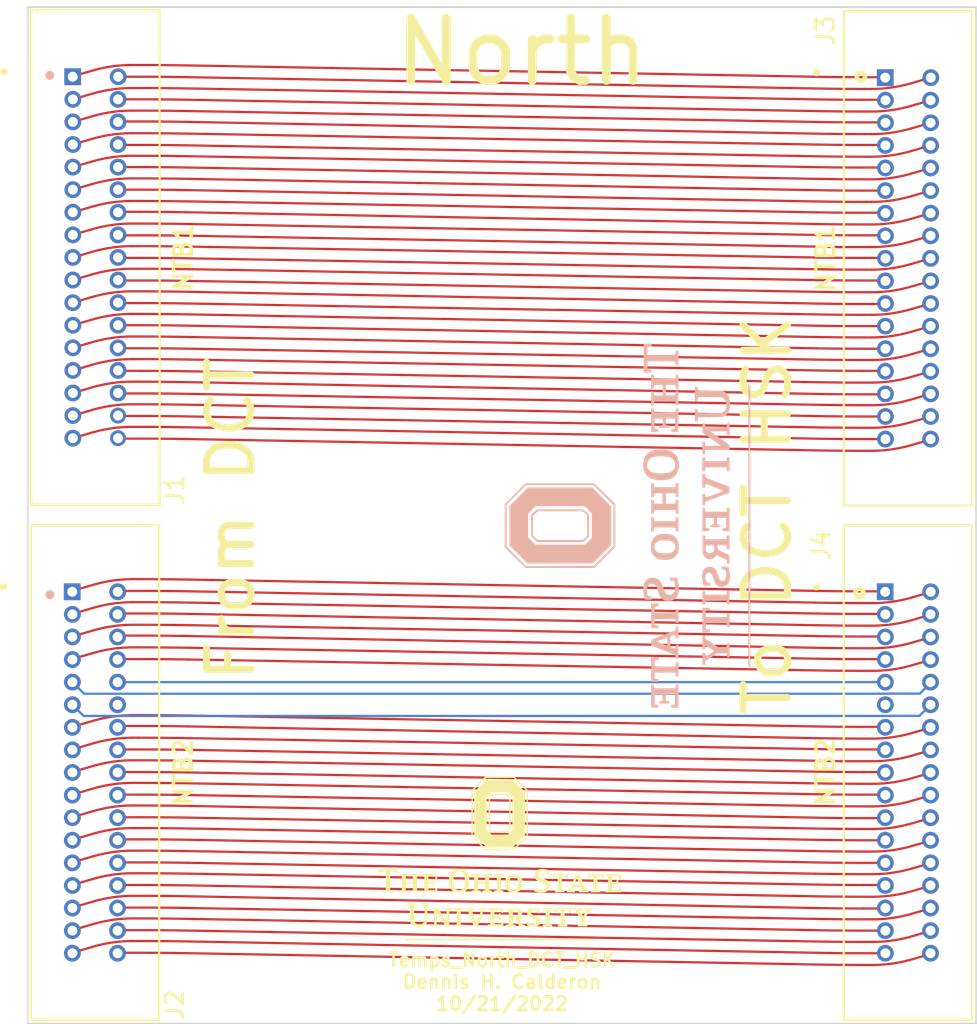
<source format=kicad_pcb>
(kicad_pcb (version 20211014) (generator pcbnew)
  (title_block (company "The Ohio State University"))
  (layers (0 "F.Cu" signal) (31 "B.Cu" signal) (34 "B.Paste" user) (35 "F.Paste" user) (36 "B.SilkS" user "B.Silkscreen") (37 "F.SilkS" user "F.Silkscreen") (38 "B.Mask" user) (39 "F.Mask" user) (44 "Edge.Cuts" user))
  (net 0 "")
  (net 1 "/TD1_1")
  (net 2 "/TD1_2")
  (net 3 "/TD1_3")
  (net 4 "/TD1_4")
  (net 5 "/TD1_5")
  (net 6 "/TD1_6")
  (net 7 "/TD1_7")
  (net 8 "/TD1_8")
  (net 9 "/TD1_9")
  (net 10 "/TD1_10")
  (net 11 "/TD1_11")
  (net 12 "/TD1_12")
  (net 13 "/TD1_13")
  (net 14 "/TD1_14")
  (net 15 "/TD1_15")
  (net 16 "/TD1_16")
  (net 17 "/TD1_17")
  (net 18 "/TD1_18")
  (net 19 "/TD1_19")
  (net 20 "/TD1_20")
  (net 21 "/TD1_21")
  (net 22 "/TD1_22")
  (net 23 "/TD1_23")
  (net 24 "/TD1_24")
  (net 25 "/TD1_25")
  (net 26 "/TD1_26")
  (net 27 "/TD1_27")
  (net 28 "/TD1_28")
  (net 29 "/TD1_29")
  (net 30 "/TD1_30")
  (net 31 "/TD1_31")
  (net 32 "/TD1_32")
  (net 33 "/TD1_33")
  (net 34 "/TD1_34")
  (net 35 "/TD2_1")
  (net 36 "/TD2_2")
  (net 37 "/TD2_3")
  (net 38 "/TD2_4")
  (net 39 "/TD2_5")
  (net 40 "/TD2_6")
  (net 41 "/TD2_7")
  (net 42 "/TD2_8")
  (net 43 "/TD2_9")
  (net 44 "/TD2_10")
  (net 45 "/TD2_11")
  (net 46 "/TD2_13")
  (net 47 "/TD2_14")
  (net 48 "/TD2_15")
  (net 49 "/TD2_16")
  (net 50 "/TD2_17")
  (net 51 "/TD2_18")
  (net 52 "/TD2_19")
  (net 53 "/TD2_20")
  (net 54 "/TD2_21")
  (net 55 "/TD2_22")
  (net 56 "/TD2_23")
  (net 57 "/TD2_24")
  (net 58 "/TD2_25")
  (net 59 "/TD2_26")
  (net 60 "/TD2_27")
  (net 61 "/TD2_28")
  (net 62 "/TD2_29")
  (net 63 "/TD2_30")
  (net 64 "/TD2_31")
  (net 65 "/TD2_32")
  (net 66 "/TD2_33")
  (net 67 "/TD2_34")
  (footprint "HELIX:HELIX_DCT_ICDconnector34pin_corrected" (layer "F.Cu") (at 95.2246 90.0176 -90)
    (fp_text reference "J2")
    (fp_text value "North_Temps_2" hide)
  )
  (footprint "HELIX:HELIX_DCT_ICDconnector34pin_corrected" (layer "F.Cu") (at 140.9446 61.1124 -90)
    (fp_text reference "J3")
    (fp_text value "Internal_Temps_DCT_HSK_Box_1" hide)
  )
  (footprint "HELIX:HELIX_DCT_ICDconnector34pin_corrected" (layer "F.Cu") (at 140.94 90.0176 -90)
    (fp_text reference "J4")
    (fp_text value "Internal_Temps_DCT_HSK_Box_2" hide)
  )
  (footprint "LOGO" (layer "F.Cu") (at 117.9824 94.8376)
    (fp_text reference "G***" hide)
    (fp_text value "LOGO" hide)
  )
  (footprint "HELIX:HELIX_DCT_ICDconnector34pin_corrected" (layer "F.Cu") (at 95.25 61.0616 -90)
    (fp_text reference "J1")
    (fp_text value "North_Temps_1" hide)
  )
  (footprint "LOGO" (layer "B.Cu") (at 125.160868 76.139841 -90)
    (fp_text reference "G***" hide)
    (fp_text value "LOGO" hide)
  )
  (gr_circle (center 92.680001 50.83) (end 92.680002 50.83) (layer "B.SilkS") (width 0.254) (fill none))
  (gr_circle (center 92.69 80.02) (end 92.690001 80.02) (layer "B.SilkS") (width 0.254) (fill none))
  (gr_circle (center 138.29 50.9) (end 138.392956 50.9) (layer "F.SilkS") (width 0.254) (fill none))
  (gr_circle (center 92.67 50.83) (end 92.670001 50.83) (layer "F.SilkS") (width 0.254) (fill none))
  (gr_circle (center 92.68 80.02) (end 92.680001 80.02) (layer "F.SilkS") (width 0.254) (fill none))
  (gr_circle (center 138.21 79.92) (end 138.312956 79.92) (layer "F.SilkS") (width 0.254) (fill none))
  (gr_rect (start 91.44 46.99) (end 144.78 104.14) (layer "Edge.Cuts") (width 0.1) (fill none))
  (gr_text "To DCT HSK\n" (at 133.0324 75.5626 -270) (layer "F.SilkS") (effects (font (size 2.5 2.5) (thickness 0.4))))
  (gr_text "Temps_North_DCT_HSK\nDennis H. Calderon\n10/21/2022" (at 118.11 101.7876) (layer "F.SilkS") (effects (font (size 0.762 0.762))))
  (gr_text "NTB2\n" (at 100.1824 90.017601 -270) (layer "F.SilkS") (effects (font (size 1 1) (thickness 0.2))))
  (gr_text "NTB2" (at 136.3074 89.9876 -270) (layer "F.SilkS") (effects (font (size 1 1) (thickness 0.2))))
  (gr_text "From DCT" (at 102.8574 75.7626 -270) (layer "F.SilkS") (effects (font (size 2.5 2.5) (thickness 0.4))))
  (gr_text "North" (at 119.2324 49.5126) (layer "F.SilkS") (effects (font (size 3.5 3.5) (thickness 0.5))))
  (gr_text "NTB1" (at 136.3074 61.112401 -270) (layer "F.SilkS") (effects (font (size 1 1) (thickness 0.2))))
  (gr_text "NTB1" (at 100.1824 61.061601 -270) (layer "F.SilkS") (effects (font (size 1 1) (thickness 0.2))))
  (segment (start 95.0722 50.5587) (end 93.98 50.8762) (width 0.127) (layer "F.Cu") (net 1))
  (segment (start 97.301812 50.2412) (end 97.6249 50.2412) (width 0.127) (layer "F.Cu") (net 1))
  (segment (start 135.794709 50.903716) (end 100.545662 50.267554) (width 0.127) (layer "F.Cu") (net 1))
  (segment (start 138.375139 50.927) (end 139.665459 50.927) (width 0.127) (layer "F.Cu") (net 1))
  (arc (start 97.301812 50.2412) (mid 96.175759 50.320973) (end 95.0722 50.5587) (width 0.127) (layer "F.Cu") (net 1))
  (arc (start 100.545662 50.267554) (mid 99.08534 50.247788) (end 97.6249 50.2412) (width 0.127) (layer "F.Cu") (net 1))
  (arc (start 135.794709 50.903716) (mid 137.084871 50.921178) (end 138.375139 50.927) (width 0.127) (layer "F.Cu") (net 1))
  (segment (start 97.82048 50.9016) (end 96.53016 50.9016) (width 0.127) (layer "F.Cu") (net 2))
  (segment (start 138.892787 51.5874) (end 138.5697 51.5874) (width 0.127) (layer "F.Cu") (net 2))
  (segment (start 100.400909 50.924884) (end 135.648937 51.561045) (width 0.127) (layer "F.Cu") (net 2))
  (segment (start 141.1224 51.2699) (end 142.2146 50.9524) (width 0.127) (layer "F.Cu") (net 2))
  (arc (start 100.400909 50.924884) (mid 99.110747 50.907421) (end 97.82048 50.9016) (width 0.127) (layer "F.Cu") (net 2))
  (arc (start 141.1224 51.2699) (mid 140.01884 51.507626) (end 138.892787 51.5874) (width 0.127) (layer "F.Cu") (net 2))
  (arc (start 135.648937 51.561045) (mid 137.109259 51.580811) (end 138.5697 51.5874) (width 0.127) (layer "F.Cu") (net 2))
  (segment (start 95.0722 51.8541) (end 93.98 52.1716) (width 0.127) (layer "F.Cu") (net 3))
  (segment (start 138.369024 52.197) (end 139.659344 52.197) (width 0.127) (layer "F.Cu") (net 3))
  (segment (start 135.788578 52.174575) (end 100.545679 51.561982) (width 0.127) (layer "F.Cu") (net 3))
  (segment (start 97.301812 51.5366) (end 97.6249 51.5366) (width 0.127) (layer "F.Cu") (net 3))
  (arc (start 97.301812 51.5366) (mid 96.175759 51.616373) (end 95.0722 51.8541) (width 0.127) (layer "F.Cu") (net 3))
  (arc (start 135.788578 52.174575) (mid 137.078752 52.191393) (end 138.369024 52.197) (width 0.127) (layer "F.Cu") (net 3))
  (arc (start 100.545679 51.561982) (mid 99.085344 51.542945) (end 97.6249 51.5366) (width 0.127) (layer "F.Cu") (net 3))
  (segment (start 97.817573 52.1716) (end 96.527253 52.1716) (width 0.127) (layer "F.Cu") (net 4))
  (segment (start 138.5697 52.8574) (end 138.892787 52.8574) (width 0.127) (layer "F.Cu") (net 4))
  (segment (start 141.1224 52.5399) (end 142.2146 52.2224) (width 0.127) (layer "F.Cu") (net 4))
  (segment (start 135.648937 52.831047) (end 100.398002 52.194882) (width 0.127) (layer "F.Cu") (net 4))
  (arc (start 141.1224 52.5399) (mid 140.01884 52.777626) (end 138.892787 52.8574) (width 0.127) (layer "F.Cu") (net 4))
  (arc (start 100.398002 52.194882) (mid 99.10784 52.17742) (end 97.817573 52.1716) (width 0.127) (layer "F.Cu") (net 4))
  (arc (start 135.648937 52.831047) (mid 137.109259 52.850811) (end 138.5697 52.8574) (width 0.127) (layer "F.Cu") (net 4))
  (segment (start 95.0722 53.1241) (end 93.98 53.4416) (width 0.127) (layer "F.Cu") (net 5))
  (segment (start 138.375139 53.467) (end 139.665459 53.467) (width 0.127) (layer "F.Cu") (net 5))
  (segment (start 135.794693 53.444578) (end 100.545679 52.831978) (width 0.127) (layer "F.Cu") (net 5))
  (segment (start 97.301812 52.8066) (end 97.6249 52.8066) (width 0.127) (layer "F.Cu") (net 5))
  (arc (start 135.794693 53.444578) (mid 137.084867 53.461394) (end 138.375139 53.467) (width 0.127) (layer "F.Cu") (net 5))
  (arc (start 97.301812 52.8066) (mid 96.175759 52.886373) (end 95.0722 53.1241) (width 0.127) (layer "F.Cu") (net 5))
  (arc (start 100.545679 52.831978) (mid 99.085344 52.812944) (end 97.6249 52.8066) (width 0.127) (layer "F.Cu") (net 5))
  (segment (start 138.564604 54.1274) (end 138.887691 54.1274) (width 0.127) (layer "F.Cu") (net 6))
  (segment (start 97.82048 53.4162) (end 96.53016 53.4162) (width 0.127) (layer "F.Cu") (net 6))
  (segment (start 141.117304 53.8099) (end 142.209504 53.4924) (width 0.127) (layer "F.Cu") (net 6))
  (segment (start 135.643859 54.100065) (end 100.400893 53.440349) (width 0.127) (layer "F.Cu") (net 6))
  (arc (start 141.117304 53.8099) (mid 140.013744 54.047626) (end 138.887691 54.1274) (width 0.127) (layer "F.Cu") (net 6))
  (arc (start 135.643859 54.100065) (mid 137.104167 54.120566) (end 138.564604 54.1274) (width 0.127) (layer "F.Cu") (net 6))
  (arc (start 100.400893 53.440349) (mid 99.110743 53.422237) (end 97.82048 53.4162) (width 0.127) (layer "F.Cu") (net 6))
  (segment (start 95.06718 54.3941) (end 93.97498 54.7116) (width 0.127) (layer "F.Cu") (net 7))
  (segment (start 100.540659 54.101975) (end 135.794693 54.714581) (width 0.127) (layer "F.Cu") (net 7))
  (segment (start 97.61988 54.0766) (end 97.296792 54.0766) (width 0.127) (layer "F.Cu") (net 7))
  (segment (start 138.375139 54.737) (end 139.665459 54.737) (width 0.127) (layer "F.Cu") (net 7))
  (arc (start 135.794693 54.714581) (mid 137.084867 54.731395) (end 138.375139 54.737) (width 0.127) (layer "F.Cu") (net 7))
  (arc (start 100.540659 54.101975) (mid 99.080324 54.082943) (end 97.61988 54.0766) (width 0.127) (layer "F.Cu") (net 7))
  (arc (start 97.296792 54.0766) (mid 96.170739 54.156373) (end 95.06718 54.3941) (width 0.127) (layer "F.Cu") (net 7))
  (segment (start 97.82048 54.737) (end 96.53016 54.737) (width 0.127) (layer "F.Cu") (net 8))
  (segment (start 141.1224 55.0799) (end 142.2146 54.7624) (width 0.127) (layer "F.Cu") (net 8))
  (segment (start 100.400925 54.759421) (end 135.64892 55.37202) (width 0.127) (layer "F.Cu") (net 8))
  (segment (start 138.5697 55.3974) (end 138.892787 55.3974) (width 0.127) (layer "F.Cu") (net 8))
  (arc (start 141.1224 55.0799) (mid 140.01884 55.317626) (end 138.892787 55.3974) (width 0.127) (layer "F.Cu") (net 8))
  (arc (start 135.64892 55.37202) (mid 137.109255 55.391054) (end 138.5697 55.3974) (width 0.127) (layer "F.Cu") (net 8))
  (arc (start 100.400925 54.759421) (mid 99.110751 54.742605) (end 97.82048 54.737) (width 0.127) (layer "F.Cu") (net 8))
  (segment (start 97.6249 55.3466) (end 97.301812 55.3466) (width 0.127) (layer "F.Cu") (net 9))
  (segment (start 138.375139 56.007) (end 139.665459 56.007) (width 0.127) (layer "F.Cu") (net 9))
  (segment (start 95.0722 55.6641) (end 93.98 55.9816) (width 0.127) (layer "F.Cu") (net 9))
  (segment (start 100.545679 55.371978) (end 135.794693 55.984578) (width 0.127) (layer "F.Cu") (net 9))
  (arc (start 100.545679 55.371978) (mid 99.085344 55.352944) (end 97.6249 55.3466) (width 0.127) (layer "F.Cu") (net 9))
  (arc (start 97.301812 55.3466) (mid 96.175759 55.426373) (end 95.0722 55.6641) (width 0.127) (layer "F.Cu") (net 9))
  (arc (start 135.794693 55.984578) (mid 137.084867 56.001394) (end 138.375139 56.007) (width 0.127) (layer "F.Cu") (net 9))
  (segment (start 100.394794 56.00488) (end 135.648937 56.641049) (width 0.127) (layer "F.Cu") (net 10))
  (segment (start 138.5697 56.6674) (end 138.892787 56.6674) (width 0.127) (layer "F.Cu") (net 10))
  (segment (start 97.814365 55.9816) (end 96.524045 55.9816) (width 0.127) (layer "F.Cu") (net 10))
  (segment (start 141.1224 56.3499) (end 142.2146 56.0324) (width 0.127) (layer "F.Cu") (net 10))
  (arc (start 100.394794 56.00488) (mid 99.104632 55.98742) (end 97.814365 55.9816) (width 0.127) (layer "F.Cu") (net 10))
  (arc (start 135.648937 56.641049) (mid 137.109259 56.660812) (end 138.5697 56.6674) (width 0.127) (layer "F.Cu") (net 10))
  (arc (start 141.1224 56.3499) (mid 140.01884 56.587626) (end 138.892787 56.6674) (width 0.127) (layer "F.Cu") (net 10))
  (segment (start 95.067104 56.9341) (end 93.974904 57.2516) (width 0.127) (layer "F.Cu") (net 11))
  (segment (start 97.619804 56.6166) (end 97.296716 56.6166) (width 0.127) (layer "F.Cu") (net 11))
  (segment (start 138.369024 57.3024) (end 139.659344 57.3024) (width 0.127) (layer "F.Cu") (net 11))
  (segment (start 100.540566 56.642954) (end 135.788594 57.279115) (width 0.127) (layer "F.Cu") (net 11))
  (arc (start 135.788594 57.279115) (mid 137.078756 57.296578) (end 138.369024 57.3024) (width 0.127) (layer "F.Cu") (net 11))
  (arc (start 97.296716 56.6166) (mid 96.170663 56.696373) (end 95.067104 56.9341) (width 0.127) (layer "F.Cu") (net 11))
  (arc (start 100.540566 56.642954) (mid 99.080244 56.623188) (end 97.619804 56.6166) (width 0.127) (layer "F.Cu") (net 11))
  (segment (start 97.814365 57.2516) (end 96.524045 57.2516) (width 0.127) (layer "F.Cu") (net 12))
  (segment (start 141.1224 57.6199) (end 142.2146 57.3024) (width 0.127) (layer "F.Cu") (net 12))
  (segment (start 138.892787 57.9374) (end 138.5697 57.9374) (width 0.127) (layer "F.Cu") (net 12))
  (segment (start 100.394794 57.27488) (end 135.648937 57.911049) (width 0.127) (layer "F.Cu") (net 12))
  (arc (start 100.394794 57.27488) (mid 99.104632 57.25742) (end 97.814365 57.2516) (width 0.127) (layer "F.Cu") (net 12))
  (arc (start 141.1224 57.6199) (mid 140.01884 57.857626) (end 138.892787 57.9374) (width 0.127) (layer "F.Cu") (net 12))
  (arc (start 135.648937 57.911049) (mid 137.109259 57.930812) (end 138.5697 57.9374) (width 0.127) (layer "F.Cu") (net 12))
  (segment (start 95.0722 58.2041) (end 93.98 58.5216) (width 0.127) (layer "F.Cu") (net 13))
  (segment (start 100.545679 57.911978) (end 135.794693 58.524578) (width 0.127) (layer "F.Cu") (net 13))
  (segment (start 97.301812 57.8866) (end 97.6249 57.8866) (width 0.127) (layer "F.Cu") (net 13))
  (segment (start 138.375139 58.547) (end 139.665459 58.547) (width 0.127) (layer "F.Cu") (net 13))
  (arc (start 135.794693 58.524578) (mid 137.084867 58.541394) (end 138.375139 58.547) (width 0.127) (layer "F.Cu") (net 13))
  (arc (start 97.301812 57.8866) (mid 96.175759 57.966373) (end 95.0722 58.2041) (width 0.127) (layer "F.Cu") (net 13))
  (arc (start 100.545679 57.911978) (mid 99.085344 57.892944) (end 97.6249 57.8866) (width 0.127) (layer "F.Cu") (net 13))
  (segment (start 138.892787 59.2074) (end 138.5697 59.2074) (width 0.127) (layer "F.Cu") (net 14))
  (segment (start 141.1224 58.8899) (end 142.2146 58.5724) (width 0.127) (layer "F.Cu") (net 14))
  (segment (start 97.814365 58.4962) (end 96.524045 58.4962) (width 0.127) (layer "F.Cu") (net 14))
  (segment (start 135.648955 59.180073) (end 100.394779 58.520342) (width 0.127) (layer "F.Cu") (net 14))
  (arc (start 141.1224 58.8899) (mid 140.01884 59.127626) (end 138.892787 59.2074) (width 0.127) (layer "F.Cu") (net 14))
  (arc (start 100.394779 58.520342) (mid 99.104628 58.502235) (end 97.814365 58.4962) (width 0.127) (layer "F.Cu") (net 14))
  (arc (start 135.648955 59.180073) (mid 137.109263 59.200568) (end 138.5697 59.2074) (width 0.127) (layer "F.Cu") (net 14))
  (segment (start 95.067104 59.4741) (end 93.974904 59.7916) (width 0.127) (layer "F.Cu") (net 15))
  (segment (start 138.375139 59.817) (end 139.665459 59.817) (width 0.127) (layer "F.Cu") (net 15))
  (segment (start 97.296716 59.1566) (end 97.619804 59.1566) (width 0.127) (layer "F.Cu") (net 15))
  (segment (start 135.794693 59.794581) (end 100.540583 59.181975) (width 0.127) (layer "F.Cu") (net 15))
  (arc (start 100.540583 59.181975) (mid 99.080248 59.162943) (end 97.619804 59.1566) (width 0.127) (layer "F.Cu") (net 15))
  (arc (start 135.794693 59.794581) (mid 137.084867 59.811395) (end 138.375139 59.817) (width 0.127) (layer "F.Cu") (net 15))
  (arc (start 97.296716 59.1566) (mid 96.170663 59.236373) (end 95.067104 59.4741) (width 0.127) (layer "F.Cu") (net 15))
  (segment (start 137.1473 60.4774) (end 137.1219 60.4774) (width 0.127) (layer "F.Cu") (net 16))
  (segment (start 137.121901 60.477179) (end 100.400925 59.839406) (width 0.127) (layer "F.Cu") (net 16))
  (segment (start 97.82048 59.817) (end 96.53016 59.817) (width 0.127) (layer "F.Cu") (net 16))
  (segment (start 141.1224 60.1599) (end 142.2146 59.8424) (width 0.127) (layer "F.Cu") (net 16))
  (segment (start 137.1219 60.4774) (end 137.1092 60.4774) (width 0.127) (layer "F.Cu") (net 16))
  (segment (start 137.1473 60.4774) (end 138.892787 60.4774) (width 0.127) (layer "F.Cu") (net 16))
  (arc (start 137.121901 60.477179) (mid 137.1346 60.477344) (end 137.1473 60.4774) (width 0.127) (layer "F.Cu") (net 16))
  (arc (start 141.1224 60.1599) (mid 140.01884 60.397626) (end 138.892787 60.4774) (width 0.127) (layer "F.Cu") (net 16))
  (arc (start 137.1219 60.4774) (mid 137.122009 60.47729) (end 137.121901 60.477179) (width 0.127) (layer "F.Cu") (net 16))
  (arc (start 100.400925 59.839406) (mid 99.110751 59.822601) (end 97.82048 59.817) (width 0.127) (layer "F.Cu") (net 16))
  (segment (start 138.375139 61.087) (end 139.665459 61.087) (width 0.127) (layer "F.Cu") (net 17))
  (segment (start 97.296716 60.4266) (end 97.619804 60.4266) (width 0.127) (layer "F.Cu") (net 17))
  (segment (start 135.794693 61.064581) (end 100.540583 60.451975) (width 0.127) (layer "F.Cu") (net 17))
  (segment (start 95.067104 60.7441) (end 93.974904 61.0616) (width 0.127) (layer "F.Cu") (net 17))
  (arc (start 135.794693 61.064581) (mid 137.084867 61.081395) (end 138.375139 61.087) (width 0.127) (layer "F.Cu") (net 17))
  (arc (start 100.540583 60.451975) (mid 99.080248 60.432943) (end 97.619804 60.4266) (width 0.127) (layer "F.Cu") (net 17))
  (arc (start 97.296716 60.4266) (mid 96.170663 60.506373) (end 95.067104 60.7441) (width 0.127) (layer "F.Cu") (net 17))
  (segment (start 97.814365 61.087) (end 96.524045 61.087) (width 0.127) (layer "F.Cu") (net 18))
  (segment (start 138.5697 61.7474) (end 138.892787 61.7474) (width 0.127) (layer "F.Cu") (net 18))
  (segment (start 135.64892 61.722024) (end 100.39481 61.109418) (width 0.127) (layer "F.Cu") (net 18))
  (segment (start 141.1224 61.4299) (end 142.2146 61.1124) (width 0.127) (layer "F.Cu") (net 18))
  (arc (start 100.39481 61.109418) (mid 99.104636 61.092604) (end 97.814365 61.087) (width 0.127) (layer "F.Cu") (net 18))
  (arc (start 141.1224 61.4299) (mid 140.01884 61.667626) (end 138.892787 61.7474) (width 0.127) (layer "F.Cu") (net 18))
  (arc (start 135.64892 61.722024) (mid 137.109255 61.741055) (end 138.5697 61.7474) (width 0.127) (layer "F.Cu") (net 18))
  (segment (start 100.540583 61.721979) (end 135.788578 62.334578) (width 0.127) (layer "F.Cu") (net 19))
  (segment (start 97.619804 61.6966) (end 97.296716 61.6966) (width 0.127) (layer "F.Cu") (net 19))
  (segment (start 95.067104 62.0141) (end 93.974904 62.3316) (width 0.127) (layer "F.Cu") (net 19))
  (segment (start 138.369024 62.357) (end 139.659344 62.357) (width 0.127) (layer "F.Cu") (net 19))
  (arc (start 100.540583 61.721979) (mid 99.080248 61.702944) (end 97.619804 61.6966) (width 0.127) (layer "F.Cu") (net 19))
  (arc (start 135.788578 62.334578) (mid 137.078752 62.351394) (end 138.369024 62.357) (width 0.127) (layer "F.Cu") (net 19))
  (arc (start 97.296716 61.6966) (mid 96.170663 61.776373) (end 95.067104 62.0141) (width 0.127) (layer "F.Cu") (net 19))
  (segment (start 97.814365 62.357) (end 96.524045 62.357) (width 0.127) (layer "F.Cu") (net 20))
  (segment (start 141.1224 62.6999) (end 142.2146 62.3824) (width 0.127) (layer "F.Cu") (net 20))
  (segment (start 135.64892 62.992024) (end 100.39481 62.379418) (width 0.127) (layer "F.Cu") (net 20))
  (segment (start 138.5697 63.0174) (end 138.892787 63.0174) (width 0.127) (layer "F.Cu") (net 20))
  (arc (start 135.64892 62.992024) (mid 137.109255 63.011055) (end 138.5697 63.0174) (width 0.127) (layer "F.Cu") (net 20))
  (arc (start 100.39481 62.379418) (mid 99.104636 62.362604) (end 97.814365 62.357) (width 0.127) (layer "F.Cu") (net 20))
  (arc (start 141.1224 62.6999) (mid 140.01884 62.937626) (end 138.892787 63.0174) (width 0.127) (layer "F.Cu") (net 20))
  (segment (start 97.619804 62.9666) (end 97.296716 62.9666) (width 0.127) (layer "F.Cu") (net 21))
  (segment (start 138.375139 63.6778) (end 139.665459 63.6778) (width 0.127) (layer "F.Cu") (net 21))
  (segment (start 95.067104 63.2841) (end 93.974904 63.6016) (width 0.127) (layer "F.Cu") (net 21))
  (segment (start 135.794724 63.653657) (end 100.540548 62.993926) (width 0.127) (layer "F.Cu") (net 21))
  (arc (start 100.540548 62.993926) (mid 99.080239 62.973431) (end 97.619804 62.9666) (width 0.127) (layer "F.Cu") (net 21))
  (arc (start 97.296716 62.9666) (mid 96.170663 63.046373) (end 95.067104 63.2841) (width 0.127) (layer "F.Cu") (net 21))
  (arc (start 135.794724 63.653657) (mid 137.084875 63.671764) (end 138.375139 63.6778) (width 0.127) (layer "F.Cu") (net 21))
  (segment (start 141.117304 63.9699) (end 142.209504 63.6524) (width 0.127) (layer "F.Cu") (net 22))
  (segment (start 97.814365 63.627) (end 96.524045 63.627) (width 0.127) (layer "F.Cu") (net 22))
  (segment (start 100.39481 63.649421) (end 135.643824 64.262021) (width 0.127) (layer "F.Cu") (net 22))
  (segment (start 138.887691 64.2874) (end 138.564604 64.2874) (width 0.127) (layer "F.Cu") (net 22))
  (arc (start 135.643824 64.262021) (mid 137.104159 64.281055) (end 138.564604 64.2874) (width 0.127) (layer "F.Cu") (net 22))
  (arc (start 100.39481 63.649421) (mid 99.104636 63.632605) (end 97.814365 63.627) (width 0.127) (layer "F.Cu") (net 22))
  (arc (start 141.117304 63.9699) (mid 140.013744 64.207626) (end 138.887691 64.2874) (width 0.127) (layer "F.Cu") (net 22))
  (segment (start 138.375139 64.9224) (end 139.665459 64.9224) (width 0.127) (layer "F.Cu") (net 23))
  (segment (start 97.619804 64.2366) (end 97.296716 64.2366) (width 0.127) (layer "F.Cu") (net 23))
  (segment (start 95.067104 64.5541) (end 93.974904 64.8716) (width 0.127) (layer "F.Cu") (net 23))
  (segment (start 100.540566 64.26295) (end 135.794709 64.899119) (width 0.127) (layer "F.Cu") (net 23))
  (arc (start 97.296716 64.2366) (mid 96.170663 64.316373) (end 95.067104 64.5541) (width 0.127) (layer "F.Cu") (net 23))
  (arc (start 100.540566 64.26295) (mid 99.080244 64.243187) (end 97.619804 64.2366) (width 0.127) (layer "F.Cu") (net 23))
  (arc (start 135.794709 64.899119) (mid 137.084871 64.916579) (end 138.375139 64.9224) (width 0.127) (layer "F.Cu") (net 23))
  (segment (start 141.1224 65.2399) (end 142.2146 64.9224) (width 0.127) (layer "F.Cu") (net 24))
  (segment (start 135.648937 65.531044) (end 100.400909 64.894884) (width 0.127) (layer "F.Cu") (net 24))
  (segment (start 97.82048 64.8716) (end 96.53016 64.8716) (width 0.127) (layer "F.Cu") (net 24))
  (segment (start 138.892787 65.5574) (end 138.5697 65.5574) (width 0.127) (layer "F.Cu") (net 24))
  (arc (start 100.400909 64.894884) (mid 99.110747 64.877421) (end 97.82048 64.8716) (width 0.127) (layer "F.Cu") (net 24))
  (arc (start 135.648937 65.531044) (mid 137.109259 65.55081) (end 138.5697 65.5574) (width 0.127) (layer "F.Cu") (net 24))
  (arc (start 141.1224 65.2399) (mid 140.01884 65.477626) (end 138.892787 65.5574) (width 0.127) (layer "F.Cu") (net 24))
  (segment (start 138.375139 66.1924) (end 139.665459 66.1924) (width 0.127) (layer "F.Cu") (net 25))
  (segment (start 135.794709 66.169119) (end 100.540566 65.53295) (width 0.127) (layer "F.Cu") (net 25))
  (segment (start 97.296716 65.5066) (end 97.619804 65.5066) (width 0.127) (layer "F.Cu") (net 25))
  (segment (start 95.067104 65.8241) (end 93.974904 66.1416) (width 0.127) (layer "F.Cu") (net 25))
  (arc (start 97.296716 65.5066) (mid 96.170663 65.586373) (end 95.067104 65.8241) (width 0.127) (layer "F.Cu") (net 25))
  (arc (start 135.794709 66.169119) (mid 137.084871 66.186579) (end 138.375139 66.1924) (width 0.127) (layer "F.Cu") (net 25))
  (arc (start 100.540566 65.53295) (mid 99.080244 65.513187) (end 97.619804 65.5066) (width 0.127) (layer "F.Cu") (net 25))
  (segment (start 135.643824 66.802021) (end 100.39481 66.189421) (width 0.127) (layer "F.Cu") (net 26))
  (segment (start 138.564604 66.8274) (end 138.887691 66.8274) (width 0.127) (layer "F.Cu") (net 26))
  (segment (start 97.814365 66.167) (end 96.524045 66.167) (width 0.127) (layer "F.Cu") (net 26))
  (segment (start 141.117304 66.5099) (end 142.209504 66.1924) (width 0.127) (layer "F.Cu") (net 26))
  (arc (start 135.643824 66.802021) (mid 137.104159 66.821055) (end 138.564604 66.8274) (width 0.127) (layer "F.Cu") (net 26))
  (arc (start 141.117304 66.5099) (mid 140.013744 66.747626) (end 138.887691 66.8274) (width 0.127) (layer "F.Cu") (net 26))
  (arc (start 100.39481 66.189421) (mid 99.104636 66.172605) (end 97.814365 66.167) (width 0.127) (layer "F.Cu") (net 26))
  (segment (start 135.788578 67.414578) (end 100.540583 66.801979) (width 0.127) (layer "F.Cu") (net 27))
  (segment (start 138.369024 67.437) (end 139.659344 67.437) (width 0.127) (layer "F.Cu") (net 27))
  (segment (start 95.067104 67.0941) (end 93.974904 67.4116) (width 0.127) (layer "F.Cu") (net 27))
  (segment (start 97.296716 66.7766) (end 97.619804 66.7766) (width 0.127) (layer "F.Cu") (net 27))
  (arc (start 100.540583 66.801979) (mid 99.080248 66.782944) (end 97.619804 66.7766) (width 0.127) (layer "F.Cu") (net 27))
  (arc (start 135.788578 67.414578) (mid 137.078752 67.431394) (end 138.369024 67.437) (width 0.127) (layer "F.Cu") (net 27))
  (arc (start 97.296716 66.7766) (mid 96.170663 66.856373) (end 95.067104 67.0941) (width 0.127) (layer "F.Cu") (net 27))
  (segment (start 141.122324 67.7799) (end 142.214524 67.4624) (width 0.127) (layer "F.Cu") (net 28))
  (segment (start 100.39481 67.459418) (end 135.648844 68.072024) (width 0.127) (layer "F.Cu") (net 28))
  (segment (start 138.892711 68.0974) (end 138.569624 68.0974) (width 0.127) (layer "F.Cu") (net 28))
  (segment (start 97.814365 67.437) (end 96.524045 67.437) (width 0.127) (layer "F.Cu") (net 28))
  (arc (start 141.122324 67.7799) (mid 140.018764 68.017626) (end 138.892711 68.0974) (width 0.127) (layer "F.Cu") (net 28))
  (arc (start 135.648844 68.072024) (mid 137.109179 68.091055) (end 138.569624 68.0974) (width 0.127) (layer "F.Cu") (net 28))
  (arc (start 100.39481 67.459418) (mid 99.104636 67.442604) (end 97.814365 67.437) (width 0.127) (layer "F.Cu") (net 28))
  (segment (start 95.0722 68.3641) (end 93.98 68.6816) (width 0.127) (layer "F.Cu") (net 29))
  (segment (start 97.301812 68.0466) (end 97.6249 68.0466) (width 0.127) (layer "F.Cu") (net 29))
  (segment (start 138.369024 68.7578) (end 139.659344 68.7578) (width 0.127) (layer "F.Cu") (net 29))
  (segment (start 135.78861 68.73365) (end 100.545644 68.073934) (width 0.127) (layer "F.Cu") (net 29))
  (arc (start 135.78861 68.73365) (mid 137.07876 68.751762) (end 138.369024 68.7578) (width 0.127) (layer "F.Cu") (net 29))
  (arc (start 100.545644 68.073934) (mid 99.085335 68.053433) (end 97.6249 68.0466) (width 0.127) (layer "F.Cu") (net 29))
  (arc (start 97.301812 68.0466) (mid 96.175759 68.126373) (end 95.0722 68.3641) (width 0.127) (layer "F.Cu") (net 29))
  (segment (start 97.814365 68.707) (end 96.524045 68.707) (width 0.127) (layer "F.Cu") (net 30))
  (segment (start 138.564604 69.3674) (end 138.887691 69.3674) (width 0.127) (layer "F.Cu") (net 30))
  (segment (start 100.39481 68.729421) (end 135.643824 69.342021) (width 0.127) (layer "F.Cu") (net 30))
  (segment (start 141.117304 69.0499) (end 142.209504 68.7324) (width 0.127) (layer "F.Cu") (net 30))
  (arc (start 135.643824 69.342021) (mid 137.104159 69.361055) (end 138.564604 69.3674) (width 0.127) (layer "F.Cu") (net 30))
  (arc (start 141.117304 69.0499) (mid 140.013744 69.287626) (end 138.887691 69.3674) (width 0.127) (layer "F.Cu") (net 30))
  (arc (start 100.39481 68.729421) (mid 99.104636 68.712605) (end 97.814365 68.707) (width 0.127) (layer "F.Cu") (net 30))
  (segment (start 100.540566 69.342952) (end 135.791501 69.979117) (width 0.127) (layer "F.Cu") (net 31))
  (segment (start 97.619804 69.3166) (end 97.296716 69.3166) (width 0.127) (layer "F.Cu") (net 31))
  (segment (start 138.371931 70.0024) (end 139.662251 70.0024) (width 0.127) (layer "F.Cu") (net 31))
  (segment (start 95.067104 69.6341) (end 93.974904 69.9516) (width 0.127) (layer "F.Cu") (net 31))
  (arc (start 135.791501 69.979117) (mid 137.081663 69.996579) (end 138.371931 70.0024) (width 0.127) (layer "F.Cu") (net 31))
  (arc (start 97.296716 69.3166) (mid 96.170663 69.396373) (end 95.067104 69.6341) (width 0.127) (layer "F.Cu") (net 31))
  (arc (start 100.540566 69.342952) (mid 99.080244 69.323188) (end 97.619804 69.3166) (width 0.127) (layer "F.Cu") (net 31))
  (segment (start 100.400925 69.999424) (end 135.643824 70.612017) (width 0.127) (layer "F.Cu") (net 32))
  (segment (start 141.117304 70.3199) (end 142.209504 70.0024) (width 0.127) (layer "F.Cu") (net 32))
  (segment (start 138.564604 70.6374) (end 138.887691 70.6374) (width 0.127) (layer "F.Cu") (net 32))
  (segment (start 97.82048 69.977) (end 96.53016 69.977) (width 0.127) (layer "F.Cu") (net 32))
  (arc (start 135.643824 70.612017) (mid 137.104159 70.631054) (end 138.564604 70.6374) (width 0.127) (layer "F.Cu") (net 32))
  (arc (start 100.400925 69.999424) (mid 99.110751 69.982606) (end 97.82048 69.977) (width 0.127) (layer "F.Cu") (net 32))
  (arc (start 141.117304 70.3199) (mid 140.013744 70.557626) (end 138.887691 70.6374) (width 0.127) (layer "F.Cu") (net 32))
  (segment (start 135.788594 71.249115) (end 100.540566 70.612954) (width 0.127) (layer "F.Cu") (net 33))
  (segment (start 97.619804 70.5866) (end 97.296716 70.5866) (width 0.127) (layer "F.Cu") (net 33))
  (segment (start 138.369024 71.2724) (end 139.659344 71.2724) (width 0.127) (layer "F.Cu") (net 33))
  (segment (start 95.067104 70.9041) (end 93.974904 71.2216) (width 0.127) (layer "F.Cu") (net 33))
  (arc (start 97.296716 70.5866) (mid 96.170663 70.666373) (end 95.067104 70.9041) (width 0.127) (layer "F.Cu") (net 33))
  (arc (start 100.540566 70.612954) (mid 99.080244 70.593188) (end 97.619804 70.5866) (width 0.127) (layer "F.Cu") (net 33))
  (arc (start 135.788594 71.249115) (mid 137.078756 71.266578) (end 138.369024 71.2724) (width 0.127) (layer "F.Cu") (net 33))
  (segment (start 138.564604 71.9328) (end 138.887691 71.9328) (width 0.127) (layer "F.Cu") (net 34))
  (segment (start 97.814365 71.247) (end 96.524045 71.247) (width 0.127) (layer "F.Cu") (net 34))
  (segment (start 141.117304 71.6153) (end 142.209504 71.2978) (width 0.127) (layer "F.Cu") (net 34))
  (segment (start 135.643841 71.906445) (end 100.394794 71.270283) (width 0.127) (layer "F.Cu") (net 34))
  (arc (start 141.117304 71.6153) (mid 140.013744 71.853026) (end 138.887691 71.9328) (width 0.127) (layer "F.Cu") (net 34))
  (arc (start 100.394794 71.270283) (mid 99.104632 71.25282) (end 97.814365 71.247) (width 0.127) (layer "F.Cu") (net 34))
  (arc (start 135.643841 71.906445) (mid 137.104163 71.926211) (end 138.564604 71.9328) (width 0.127) (layer "F.Cu") (net 34))
  (segment (start 97.357708 79.1464) (end 97.680796 79.1464) (width 0.127) (layer "F.Cu") (net 35))
  (segment (start 138.431035 79.8322) (end 139.721355 79.8322) (width 0.127) (layer "F.Cu") (net 35))
  (segment (start 95.128096 79.4639) (end 94.035896 79.7814) (width 0.127) (layer "F.Cu") (net 35))
  (segment (start 100.601558 79.172754) (end 135.850605 79.808916) (width 0.127) (layer "F.Cu") (net 35))
  (arc (start 135.850605 79.808916) (mid 137.140767 79.826378) (end 138.431035 79.8322) (width 0.127) (layer "F.Cu") (net 35))
  (arc (start 100.601558 79.172754) (mid 99.141236 79.152988) (end 97.680796 79.1464) (width 0.127) (layer "F.Cu") (net 35))
  (arc (start 97.357708 79.1464) (mid 96.231655 79.226173) (end 95.128096 79.4639) (width 0.127) (layer "F.Cu") (net 35))
  (segment (start 97.876376 79.8068) (end 96.586056 79.8068) (width 0.127) (layer "F.Cu") (net 36))
  (segment (start 141.178296 80.1751) (end 142.270496 79.8576) (width 0.127) (layer "F.Cu") (net 36))
  (segment (start 138.625596 80.4926) (end 138.948683 80.4926) (width 0.127) (layer "F.Cu") (net 36))
  (segment (start 135.704833 80.466244) (end 100.456805 79.830084) (width 0.127) (layer "F.Cu") (net 36))
  (arc (start 141.178296 80.1751) (mid 140.074736 80.412826) (end 138.948683 80.4926) (width 0.127) (layer "F.Cu") (net 36))
  (arc (start 135.704833 80.466244) (mid 137.165155 80.48601) (end 138.625596 80.4926) (width 0.127) (layer "F.Cu") (net 36))
  (arc (start 100.456805 79.830084) (mid 99.166643 79.812621) (end 97.876376 79.8068) (width 0.127) (layer "F.Cu") (net 36))
  (segment (start 100.601575 80.467182) (end 135.844474 81.079775) (width 0.127) (layer "F.Cu") (net 37))
  (segment (start 97.357708 80.4418) (end 97.680796 80.4418) (width 0.127) (layer "F.Cu") (net 37))
  (segment (start 95.128096 80.7593) (end 94.035896 81.0768) (width 0.127) (layer "F.Cu") (net 37))
  (segment (start 138.42492 81.1022) (end 139.71524 81.1022) (width 0.127) (layer "F.Cu") (net 37))
  (arc (start 97.357708 80.4418) (mid 96.231655 80.521573) (end 95.128096 80.7593) (width 0.127) (layer "F.Cu") (net 37))
  (arc (start 100.601575 80.467182) (mid 99.14124 80.448145) (end 97.680796 80.4418) (width 0.127) (layer "F.Cu") (net 37))
  (arc (start 135.844474 81.079775) (mid 137.134648 81.096593) (end 138.42492 81.1022) (width 0.127) (layer "F.Cu") (net 37))
  (segment (start 138.948683 81.7626) (end 138.625596 81.7626) (width 0.127) (layer "F.Cu") (net 38))
  (segment (start 100.453898 81.100082) (end 135.704833 81.736247) (width 0.127) (layer "F.Cu") (net 38))
  (segment (start 97.873469 81.0768) (end 96.583149 81.0768) (width 0.127) (layer "F.Cu") (net 38))
  (segment (start 141.178296 81.4451) (end 142.270496 81.1276) (width 0.127) (layer "F.Cu") (net 38))
  (arc (start 135.704833 81.736247) (mid 137.165155 81.756011) (end 138.625596 81.7626) (width 0.127) (layer "F.Cu") (net 38))
  (arc (start 100.453898 81.100082) (mid 99.163736 81.08262) (end 97.873469 81.0768) (width 0.127) (layer "F.Cu") (net 38))
  (arc (start 141.178296 81.4451) (mid 140.074736 81.682826) (end 138.948683 81.7626) (width 0.127) (layer "F.Cu") (net 38))
  (segment (start 95.128096 82.0293) (end 94.035896 82.3468) (width 0.127) (layer "F.Cu") (net 39))
  (segment (start 138.431035 82.3722) (end 139.721355 82.3722) (width 0.127) (layer "F.Cu") (net 39))
  (segment (start 97.680796 81.7118) (end 97.357708 81.7118) (width 0.127) (layer "F.Cu") (net 39))
  (segment (start 135.850589 82.349778) (end 100.601575 81.737178) (width 0.127) (layer "F.Cu") (net 39))
  (arc (start 97.357708 81.7118) (mid 96.231655 81.791573) (end 95.128096 82.0293) (width 0.127) (layer "F.Cu") (net 39))
  (arc (start 135.850589 82.349778) (mid 137.140763 82.366594) (end 138.431035 82.3722) (width 0.127) (layer "F.Cu") (net 39))
  (arc (start 100.601575 81.737178) (mid 99.14124 81.718144) (end 97.680796 81.7118) (width 0.127) (layer "F.Cu") (net 39))
  (segment (start 138.6205 83.0326) (end 138.943587 83.0326) (width 0.127) (layer "F.Cu") (net 40))
  (segment (start 97.876376 82.3214) (end 96.586056 82.3214) (width 0.127) (layer "F.Cu") (net 40))
  (segment (start 141.1732 82.7151) (end 142.2654 82.3976) (width 0.127) (layer "F.Cu") (net 40))
  (segment (start 135.699755 83.005265) (end 100.456789 82.345549) (width 0.127) (layer "F.Cu") (net 40))
  (arc (start 135.699755 83.005265) (mid 137.160063 83.025766) (end 138.6205 83.0326) (width 0.127) (layer "F.Cu") (net 40))
  (arc (start 100.456789 82.345549) (mid 99.166639 82.327437) (end 97.876376 82.3214) (width 0.127) (layer "F.Cu") (net 40))
  (arc (start 141.1732 82.7151) (mid 140.06964 82.952826) (end 138.943587 83.0326) (width 0.127) (layer "F.Cu") (net 40))
  (segment (start 138.431035 83.6422) (end 139.721355 83.6422) (width 0.127) (layer "F.Cu") (net 41))
  (segment (start 135.850589 83.619781) (end 100.596555 83.007175) (width 0.127) (layer "F.Cu") (net 41))
  (segment (start 95.123076 83.2993) (end 94.030876 83.6168) (width 0.127) (layer "F.Cu") (net 41))
  (segment (start 97.675776 82.9818) (end 97.352688 82.9818) (width 0.127) (layer "F.Cu") (net 41))
  (arc (start 97.352688 82.9818) (mid 96.226635 83.061573) (end 95.123076 83.2993) (width 0.127) (layer "F.Cu") (net 41))
  (arc (start 100.596555 83.007175) (mid 99.13622 82.988143) (end 97.675776 82.9818) (width 0.127) (layer "F.Cu") (net 41))
  (arc (start 135.850589 83.619781) (mid 137.140763 83.636595) (end 138.431035 83.6422) (width 0.127) (layer "F.Cu") (net 41))
  (segment (start 97.876376 83.6422) (end 96.586056 83.6422) (width 0.127) (layer "F.Cu") (net 42))
  (segment (start 138.625596 84.3026) (end 138.948683 84.3026) (width 0.127) (layer "F.Cu") (net 42))
  (segment (start 135.704816 84.27722) (end 100.456821 83.664621) (width 0.127) (layer "F.Cu") (net 42))
  (segment (start 141.178296 83.9851) (end 142.270496 83.6676) (width 0.127) (layer "F.Cu") (net 42))
  (arc (start 135.704816 84.27722) (mid 137.165151 84.296254) (end 138.625596 84.3026) (width 0.127) (layer "F.Cu") (net 42))
  (arc (start 141.178296 83.9851) (mid 140.074736 84.222826) (end 138.948683 84.3026) (width 0.127) (layer "F.Cu") (net 42))
  (arc (start 100.456821 83.664621) (mid 99.166647 83.647805) (end 97.876376 83.6422) (width 0.127) (layer "F.Cu") (net 42))
  (segment (start 94.6074 85.5876) (end 139.2802 85.5876) (width 0.127) (layer "B.Cu") (net 43))
  (segment (start 139.2802 85.5876) (end 140.085446 85.582354) (width 0.127) (layer "B.Cu") (net 43))
  (segment (start 93.9774 84.9576) (end 94.6074 85.5876) (width 0.127) (layer "B.Cu") (net 43))
  (segment (start 140.085446 85.582354) (end 141.608046 85.582354) (width 0.127) (layer "B.Cu") (net 43))
  (segment (start 141.608046 85.582354) (end 142.2328 84.9576) (width 0.127) (layer "B.Cu") (net 43))
  (segment (start 96.4946 84.9376) (end 139.67 84.9376) (width 0.127) (layer "B.Cu") (net 44))
  (segment (start 93.9546 86.2076) (end 94.5846 86.8376) (width 0.127) (layer "B.Cu") (net 45))
  (segment (start 140.062646 86.832354) (end 141.585246 86.832354) (width 0.127) (layer "B.Cu") (net 45))
  (segment (start 94.5846 86.8376) (end 139.2574 86.8376) (width 0.127) (layer "B.Cu") (net 45))
  (segment (start 139.2574 86.8376) (end 140.062646 86.832354) (width 0.127) (layer "B.Cu") (net 45))
  (segment (start 141.585246 86.832354) (end 142.21 86.2076) (width 0.127) (layer "B.Cu") (net 45))
  (segment (start 138.431035 87.4522) (end 139.721355 87.4522) (width 0.127) (layer "F.Cu") (net 46))
  (segment (start 97.680796 86.7918) (end 97.357708 86.7918) (width 0.127) (layer "F.Cu") (net 46))
  (segment (start 95.128096 87.1093) (end 94.035896 87.4268) (width 0.127) (layer "F.Cu") (net 46))
  (segment (start 100.601575 86.817178) (end 135.850589 87.429778) (width 0.127) (layer "F.Cu") (net 46))
  (arc (start 100.601575 86.817178) (mid 99.14124 86.798144) (end 97.680796 86.7918) (width 0.127) (layer "F.Cu") (net 46))
  (arc (start 135.850589 87.429778) (mid 137.140763 87.446594) (end 138.431035 87.4522) (width 0.127) (layer "F.Cu") (net 46))
  (arc (start 97.357708 86.7918) (mid 96.231655 86.871573) (end 95.128096 87.1093) (width 0.127) (layer "F.Cu") (net 46))
  (segment (start 135.704851 88.085273) (end 100.450675 87.425542) (width 0.127) (layer "F.Cu") (net 47))
  (segment (start 97.870261 87.4014) (end 96.579941 87.4014) (width 0.127) (layer "F.Cu") (net 47))
  (segment (start 138.948683 88.1126) (end 138.625596 88.1126) (width 0.127) (layer "F.Cu") (net 47))
  (segment (start 141.178296 87.7951) (end 142.270496 87.4776) (width 0.127) (layer "F.Cu") (net 47))
  (arc (start 100.450675 87.425542) (mid 99.160524 87.407435) (end 97.870261 87.4014) (width 0.127) (layer "F.Cu") (net 47))
  (arc (start 141.178296 87.7951) (mid 140.074736 88.032826) (end 138.948683 88.1126) (width 0.127) (layer "F.Cu") (net 47))
  (arc (start 135.704851 88.085273) (mid 137.165159 88.105768) (end 138.625596 88.1126) (width 0.127) (layer "F.Cu") (net 47))
  (segment (start 138.431035 88.7222) (end 139.721355 88.7222) (width 0.127) (layer "F.Cu") (net 48))
  (segment (start 100.596479 88.087175) (end 135.850589 88.699781) (width 0.127) (layer "F.Cu") (net 48))
  (segment (start 97.6757 88.0618) (end 97.352612 88.0618) (width 0.127) (layer "F.Cu") (net 48))
  (segment (start 95.123 88.3793) (end 94.0308 88.6968) (width 0.127) (layer "F.Cu") (net 48))
  (arc (start 97.352612 88.0618) (mid 96.226559 88.141573) (end 95.123 88.3793) (width 0.127) (layer "F.Cu") (net 48))
  (arc (start 100.596479 88.087175) (mid 99.136144 88.068143) (end 97.6757 88.0618) (width 0.127) (layer "F.Cu") (net 48))
  (arc (start 135.850589 88.699781) (mid 137.140763 88.716595) (end 138.431035 88.7222) (width 0.127) (layer "F.Cu") (net 48))
  (segment (start 141.178296 89.0651) (end 142.270496 88.7476) (width 0.127) (layer "F.Cu") (net 49))
  (segment (start 137.177796 89.3826) (end 137.165096 89.3826) (width 0.127) (layer "F.Cu") (net 49))
  (segment (start 138.948683 89.3826) (end 137.203196 89.3826) (width 0.127) (layer "F.Cu") (net 49))
  (segment (start 97.876376 88.7222) (end 96.586056 88.7222) (width 0.127) (layer "F.Cu") (net 49))
  (segment (start 137.203196 89.3826) (end 137.177796 89.3826) (width 0.127) (layer "F.Cu") (net 49))
  (segment (start 137.177797 89.382379) (end 100.456821 88.744606) (width 0.127) (layer "F.Cu") (net 49))
  (arc (start 141.178296 89.0651) (mid 140.074736 89.302826) (end 138.948683 89.3826) (width 0.127) (layer "F.Cu") (net 49))
  (arc (start 137.177797 89.382379) (mid 137.190496 89.382544) (end 137.203196 89.3826) (width 0.127) (layer "F.Cu") (net 49))
  (arc (start 137.177796 89.3826) (mid 137.177905 89.38249) (end 137.177797 89.382379) (width 0.127) (layer "F.Cu") (net 49))
  (arc (start 100.456821 88.744606) (mid 99.166647 88.727801) (end 97.876376 88.7222) (width 0.127) (layer "F.Cu") (net 49))
  (segment (start 135.850589 89.969781) (end 100.596479 89.357175) (width 0.127) (layer "F.Cu") (net 50))
  (segment (start 138.431035 89.9922) (end 139.721355 89.9922) (width 0.127) (layer "F.Cu") (net 50))
  (segment (start 95.123 89.6493) (end 94.0308 89.9668) (width 0.127) (layer "F.Cu") (net 50))
  (segment (start 97.6757 89.3318) (end 97.352612 89.3318) (width 0.127) (layer "F.Cu") (net 50))
  (arc (start 135.850589 89.969781) (mid 137.140763 89.986595) (end 138.431035 89.9922) (width 0.127) (layer "F.Cu") (net 50))
  (arc (start 100.596479 89.357175) (mid 99.136144 89.338143) (end 97.6757 89.3318) (width 0.127) (layer "F.Cu") (net 50))
  (arc (start 97.352612 89.3318) (mid 96.226559 89.411573) (end 95.123 89.6493) (width 0.127) (layer "F.Cu") (net 50))
  (segment (start 135.704816 90.627224) (end 100.450706 90.014618) (width 0.127) (layer "F.Cu") (net 51))
  (segment (start 138.948683 90.6526) (end 138.625596 90.6526) (width 0.127) (layer "F.Cu") (net 51))
  (segment (start 97.870261 89.9922) (end 96.579941 89.9922) (width 0.127) (layer "F.Cu") (net 51))
  (segment (start 141.178296 90.3351) (end 142.270496 90.0176) (width 0.127) (layer "F.Cu") (net 51))
  (arc (start 141.178296 90.3351) (mid 140.074736 90.572826) (end 138.948683 90.6526) (width 0.127) (layer "F.Cu") (net 51))
  (arc (start 100.450706 90.014618) (mid 99.160532 89.997804) (end 97.870261 89.9922) (width 0.127) (layer "F.Cu") (net 51))
  (arc (start 135.704816 90.627224) (mid 137.165151 90.646255) (end 138.625596 90.6526) (width 0.127) (layer "F.Cu") (net 51))
  (segment (start 100.596479 90.627179) (end 135.844474 91.239778) (width 0.127) (layer "F.Cu") (net 52))
  (segment (start 95.123 90.9193) (end 94.0308 91.2368) (width 0.127) (layer "F.Cu") (net 52))
  (segment (start 97.6757 90.6018) (end 97.352612 90.6018) (width 0.127) (layer "F.Cu") (net 52))
  (segment (start 138.42492 91.2622) (end 139.71524 91.2622) (width 0.127) (layer "F.Cu") (net 52))
  (arc (start 97.352612 90.6018) (mid 96.226559 90.681573) (end 95.123 90.9193) (width 0.127) (layer "F.Cu") (net 52))
  (arc (start 135.844474 91.239778) (mid 137.134648 91.256594) (end 138.42492 91.2622) (width 0.127) (layer "F.Cu") (net 52))
  (arc (start 100.596479 90.627179) (mid 99.136144 90.608144) (end 97.6757 90.6018) (width 0.127) (layer "F.Cu") (net 52))
  (segment (start 97.870261 91.2622) (end 96.579941 91.2622) (width 0.127) (layer "F.Cu") (net 53))
  (segment (start 141.178296 91.6051) (end 142.270496 91.2876) (width 0.127) (layer "F.Cu") (net 53))
  (segment (start 135.704816 91.897224) (end 100.450706 91.284618) (width 0.127) (layer "F.Cu") (net 53))
  (segment (start 138.948683 91.9226) (end 138.625596 91.9226) (width 0.127) (layer "F.Cu") (net 53))
  (arc (start 135.704816 91.897224) (mid 137.165151 91.916255) (end 138.625596 91.9226) (width 0.127) (layer "F.Cu") (net 53))
  (arc (start 141.178296 91.6051) (mid 140.074736 91.842826) (end 138.948683 91.9226) (width 0.127) (layer "F.Cu") (net 53))
  (arc (start 100.450706 91.284618) (mid 99.160532 91.267804) (end 97.870261 91.2622) (width 0.127) (layer "F.Cu") (net 53))
  (segment (start 97.352612 91.8718) (end 97.6757 91.8718) (width 0.127) (layer "F.Cu") (net 54))
  (segment (start 138.431035 92.583) (end 139.721355 92.583) (width 0.127) (layer "F.Cu") (net 54))
  (segment (start 135.85062 92.558857) (end 100.596444 91.899126) (width 0.127) (layer "F.Cu") (net 54))
  (segment (start 95.123 92.1893) (end 94.0308 92.5068) (width 0.127) (layer "F.Cu") (net 54))
  (arc (start 100.596444 91.899126) (mid 99.136135 91.878631) (end 97.6757 91.8718) (width 0.127) (layer "F.Cu") (net 54))
  (arc (start 97.352612 91.8718) (mid 96.226559 91.951573) (end 95.123 92.1893) (width 0.127) (layer "F.Cu") (net 54))
  (arc (start 135.85062 92.558857) (mid 137.140771 92.576964) (end 138.431035 92.583) (width 0.127) (layer "F.Cu") (net 54))
  (segment (start 97.870261 92.5322) (end 96.579941 92.5322) (width 0.127) (layer "F.Cu") (net 55))
  (segment (start 138.943587 93.1926) (end 138.6205 93.1926) (width 0.127) (layer "F.Cu") (net 55))
  (segment (start 141.1732 92.8751) (end 142.2654 92.5576) (width 0.127) (layer "F.Cu") (net 55))
  (segment (start 135.69972 93.167221) (end 100.450706 92.554621) (width 0.127) (layer "F.Cu") (net 55))
  (arc (start 100.450706 92.554621) (mid 99.160532 92.537805) (end 97.870261 92.5322) (width 0.127) (layer "F.Cu") (net 55))
  (arc (start 135.69972 93.167221) (mid 137.160055 93.186255) (end 138.6205 93.1926) (width 0.127) (layer "F.Cu") (net 55))
  (arc (start 141.1732 92.8751) (mid 140.06964 93.112826) (end 138.943587 93.1926) (width 0.127) (layer "F.Cu") (net 55))
  (segment (start 135.850605 93.804319) (end 100.596462 93.16815) (width 0.127) (layer "F.Cu") (net 56))
  (segment (start 97.6757 93.1418) (end 97.352612 93.1418) (width 0.127) (layer "F.Cu") (net 56))
  (segment (start 95.123 93.4593) (end 94.0308 93.7768) (width 0.127) (layer "F.Cu") (net 56))
  (segment (start 138.431035 93.8276) (end 139.721355 93.8276) (width 0.127) (layer "F.Cu") (net 56))
  (arc (start 135.850605 93.804319) (mid 137.140767 93.821779) (end 138.431035 93.8276) (width 0.127) (layer "F.Cu") (net 56))
  (arc (start 97.352612 93.1418) (mid 96.226559 93.221573) (end 95.123 93.4593) (width 0.127) (layer "F.Cu") (net 56))
  (arc (start 100.596462 93.16815) (mid 99.13614 93.148387) (end 97.6757 93.1418) (width 0.127) (layer "F.Cu") (net 56))
  (segment (start 138.625596 94.4626) (end 138.948683 94.4626) (width 0.127) (layer "F.Cu") (net 57))
  (segment (start 97.876376 93.7768) (end 96.586056 93.7768) (width 0.127) (layer "F.Cu") (net 57))
  (segment (start 135.704833 94.436244) (end 100.456805 93.800084) (width 0.127) (layer "F.Cu") (net 57))
  (segment (start 141.178296 94.1451) (end 142.270496 93.8276) (width 0.127) (layer "F.Cu") (net 57))
  (arc (start 100.456805 93.800084) (mid 99.166643 93.782621) (end 97.876376 93.7768) (width 0.127) (layer "F.Cu") (net 57))
  (arc (start 141.178296 94.1451) (mid 140.074736 94.382826) (end 138.948683 94.4626) (width 0.127) (layer "F.Cu") (net 57))
  (arc (start 135.704833 94.436244) (mid 137.165155 94.45601) (end 138.625596 94.4626) (width 0.127) (layer "F.Cu") (net 57))
  (segment (start 138.431035 95.0976) (end 139.721355 95.0976) (width 0.127) (layer "F.Cu") (net 58))
  (segment (start 100.596462 94.43815) (end 135.850605 95.074319) (width 0.127) (layer "F.Cu") (net 58))
  (segment (start 97.6757 94.4118) (end 97.352612 94.4118) (width 0.127) (layer "F.Cu") (net 58))
  (segment (start 95.123 94.7293) (end 94.0308 95.0468) (width 0.127) (layer "F.Cu") (net 58))
  (arc (start 100.596462 94.43815) (mid 99.13614 94.418387) (end 97.6757 94.4118) (width 0.127) (layer "F.Cu") (net 58))
  (arc (start 135.850605 95.074319) (mid 137.140767 95.091779) (end 138.431035 95.0976) (width 0.127) (layer "F.Cu") (net 58))
  (arc (start 97.352612 94.4118) (mid 96.226559 94.491573) (end 95.123 94.7293) (width 0.127) (layer "F.Cu") (net 58))
  (segment (start 141.1732 95.4151) (end 142.2654 95.0976) (width 0.127) (layer "F.Cu") (net 59))
  (segment (start 97.870261 95.0722) (end 96.579941 95.0722) (width 0.127) (layer "F.Cu") (net 59))
  (segment (start 138.6205 95.7326) (end 138.943587 95.7326) (width 0.127) (layer "F.Cu") (net 59))
  (segment (start 135.69972 95.707221) (end 100.450706 95.094621) (width 0.127) (layer "F.Cu") (net 59))
  (arc (start 141.1732 95.4151) (mid 140.06964 95.652826) (end 138.943587 95.7326) (width 0.127) (layer "F.Cu") (net 59))
  (arc (start 100.450706 95.094621) (mid 99.160532 95.077805) (end 97.870261 95.0722) (width 0.127) (layer "F.Cu") (net 59))
  (arc (start 135.69972 95.707221) (mid 137.160055 95.726255) (end 138.6205 95.7326) (width 0.127) (layer "F.Cu") (net 59))
  (segment (start 97.6757 95.6818) (end 97.352612 95.6818) (width 0.127) (layer "F.Cu") (net 60))
  (segment (start 100.596479 95.707179) (end 135.844474 96.319778) (width 0.127) (layer "F.Cu") (net 60))
  (segment (start 95.123 95.9993) (end 94.0308 96.3168) (width 0.127) (layer "F.Cu") (net 60))
  (segment (start 138.42492 96.3422) (end 139.71524 96.3422) (width 0.127) (layer "F.Cu") (net 60))
  (arc (start 135.844474 96.319778) (mid 137.134648 96.336594) (end 138.42492 96.3422) (width 0.127) (layer "F.Cu") (net 60))
  (arc (start 97.352612 95.6818) (mid 96.226559 95.761573) (end 95.123 95.9993) (width 0.127) (layer "F.Cu") (net 60))
  (arc (start 100.596479 95.707179) (mid 99.136144 95.688144) (end 97.6757 95.6818) (width 0.127) (layer "F.Cu") (net 60))
  (segment (start 97.870261 96.3422) (end 96.579941 96.3422) (width 0.127) (layer "F.Cu") (net 61))
  (segment (start 100.450706 96.364618) (end 135.70474 96.977224) (width 0.127) (layer "F.Cu") (net 61))
  (segment (start 138.62552 97.0026) (end 138.948607 97.0026) (width 0.127) (layer "F.Cu") (net 61))
  (segment (start 141.17822 96.6851) (end 142.27042 96.3676) (width 0.127) (layer "F.Cu") (net 61))
  (arc (start 135.70474 96.977224) (mid 137.165075 96.996255) (end 138.62552 97.0026) (width 0.127) (layer "F.Cu") (net 61))
  (arc (start 100.450706 96.364618) (mid 99.160532 96.347804) (end 97.870261 96.3422) (width 0.127) (layer "F.Cu") (net 61))
  (arc (start 141.17822 96.6851) (mid 140.07466 96.922826) (end 138.948607 97.0026) (width 0.127) (layer "F.Cu") (net 61))
  (segment (start 138.42492 97.663) (end 139.71524 97.663) (width 0.127) (layer "F.Cu") (net 62))
  (segment (start 97.680796 96.9518) (end 97.357708 96.9518) (width 0.127) (layer "F.Cu") (net 62))
  (segment (start 100.60154 96.979134) (end 135.844506 97.63885) (width 0.127) (layer "F.Cu") (net 62))
  (segment (start 95.128096 97.2693) (end 94.035896 97.5868) (width 0.127) (layer "F.Cu") (net 62))
  (arc (start 100.60154 96.979134) (mid 99.141231 96.958633) (end 97.680796 96.9518) (width 0.127) (layer "F.Cu") (net 62))
  (arc (start 97.357708 96.9518) (mid 96.231655 97.031573) (end 95.128096 97.2693) (width 0.127) (layer "F.Cu") (net 62))
  (arc (start 135.844506 97.63885) (mid 137.134656 97.656962) (end 138.42492 97.663) (width 0.127) (layer "F.Cu") (net 62))
  (segment (start 141.1732 97.9551) (end 142.2654 97.6376) (width 0.127) (layer "F.Cu") (net 63))
  (segment (start 135.69972 98.247221) (end 100.450706 97.634621) (width 0.127) (layer "F.Cu") (net 63))
  (segment (start 97.870261 97.6122) (end 96.579941 97.6122) (width 0.127) (layer "F.Cu") (net 63))
  (segment (start 138.6205 98.2726) (end 138.943587 98.2726) (width 0.127) (layer "F.Cu") (net 63))
  (arc (start 100.450706 97.634621) (mid 99.160532 97.617805) (end 97.870261 97.6122) (width 0.127) (layer "F.Cu") (net 63))
  (arc (start 135.69972 98.247221) (mid 137.160055 98.266255) (end 138.6205 98.2726) (width 0.127) (layer "F.Cu") (net 63))
  (arc (start 141.1732 97.9551) (mid 140.06964 98.192826) (end 138.943587 98.2726) (width 0.127) (layer "F.Cu") (net 63))
  (segment (start 138.427827 98.9076) (end 139.718147 98.9076) (width 0.127) (layer "F.Cu") (net 64))
  (segment (start 135.847397 98.884317) (end 100.596462 98.248152) (width 0.127) (layer "F.Cu") (net 64))
  (segment (start 97.352612 98.2218) (end 97.6757 98.2218) (width 0.127) (layer "F.Cu") (net 64))
  (segment (start 95.123 98.5393) (end 94.0308 98.8568) (width 0.127) (layer "F.Cu") (net 64))
  (arc (start 100.596462 98.248152) (mid 99.13614 98.228388) (end 97.6757 98.2218) (width 0.127) (layer "F.Cu") (net 64))
  (arc (start 97.352612 98.2218) (mid 96.226559 98.301573) (end 95.123 98.5393) (width 0.127) (layer "F.Cu") (net 64))
  (arc (start 135.847397 98.884317) (mid 137.137559 98.901779) (end 138.427827 98.9076) (width 0.127) (layer "F.Cu") (net 64))
  (segment (start 100.456821 98.904624) (end 135.69972 99.517217) (width 0.127) (layer "F.Cu") (net 65))
  (segment (start 97.876376 98.8822) (end 96.586056 98.8822) (width 0.127) (layer "F.Cu") (net 65))
  (segment (start 141.1732 99.2251) (end 142.2654 98.9076) (width 0.127) (layer "F.Cu") (net 65))
  (segment (start 138.943587 99.5426) (end 138.6205 99.5426) (width 0.127) (layer "F.Cu") (net 65))
  (arc (start 141.1732 99.2251) (mid 140.06964 99.462826) (end 138.943587 99.5426) (width 0.127) (layer "F.Cu") (net 65))
  (arc (start 100.456821 98.904624) (mid 99.166647 98.887806) (end 97.876376 98.8822) (width 0.127) (layer "F.Cu") (net 65))
  (arc (start 135.69972 99.517217) (mid 137.160055 99.536254) (end 138.6205 99.5426) (width 0.127) (layer "F.Cu") (net 65))
  (segment (start 97.352612 99.4918) (end 97.6757 99.4918) (width 0.127) (layer "F.Cu") (net 66))
  (segment (start 135.84449 100.154315) (end 100.596462 99.518154) (width 0.127) (layer "F.Cu") (net 66))
  (segment (start 95.123 99.8093) (end 94.0308 100.1268) (width 0.127) (layer "F.Cu") (net 66))
  (segment (start 138.42492 100.1776) (end 139.71524 100.1776) (width 0.127) (layer "F.Cu") (net 66))
  (arc (start 97.352612 99.4918) (mid 96.226559 99.571573) (end 95.123 99.8093) (width 0.127) (layer "F.Cu") (net 66))
  (arc (start 100.596462 99.518154) (mid 99.13614 99.498388) (end 97.6757 99.4918) (width 0.127) (layer "F.Cu") (net 66))
  (arc (start 135.84449 100.154315) (mid 137.134652 100.171778) (end 138.42492 100.1776) (width 0.127) (layer "F.Cu") (net 66))
  (segment (start 141.1732 100.5205) (end 142.2654 100.203) (width 0.127) (layer "F.Cu") (net 67))
  (segment (start 97.870261 100.1522) (end 96.579941 100.1522) (width 0.127) (layer "F.Cu") (net 67))
  (segment (start 100.45069 100.175483) (end 135.699737 100.811645) (width 0.127) (layer "F.Cu") (net 67))
  (segment (start 138.943587 100.838) (end 138.6205 100.838) (width 0.127) (layer "F.Cu") (net 67))
  (arc (start 100.45069 100.175483) (mid 99.160528 100.15802) (end 97.870261 100.1522) (width 0.127) (layer "F.Cu") (net 67))
  (arc (start 135.699737 100.811645) (mid 137.160059 100.831411) (end 138.6205 100.838) (width 0.127) (layer "F.Cu") (net 67))
  (arc (start 141.1732 100.5205) (mid 140.06964 100.758226) (end 138.943587 100.838) (width 0.127) (layer "F.Cu") (net 67))
)
</source>
